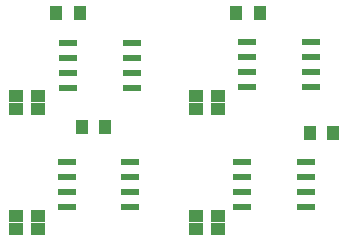
<source format=gbr>
G04 #@! TF.FileFunction,Paste,Bot*
%FSLAX46Y46*%
G04 Gerber Fmt 4.6, Leading zero omitted, Abs format (unit mm)*
G04 Created by KiCad (PCBNEW 4.0.7-e2-6376~58~ubuntu16.04.1) date Thu Nov 16 15:54:30 2017*
%MOMM*%
%LPD*%
G01*
G04 APERTURE LIST*
%ADD10C,0.100000*%
%ADD11R,1.000000X1.250000*%
%ADD12R,1.250000X1.000000*%
%ADD13R,1.550000X0.600000*%
G04 APERTURE END LIST*
D10*
D11*
X209508600Y-89738200D03*
X207508600Y-89738200D03*
X222615000Y-80010000D03*
X220615000Y-80010000D03*
X228838000Y-90170000D03*
X226838000Y-90170000D03*
X207375000Y-80010000D03*
X205375000Y-80010000D03*
D12*
X201930000Y-97218500D03*
X201930000Y-98361500D03*
X203835000Y-97218500D03*
X203835000Y-98361500D03*
X217170000Y-97218500D03*
X217170000Y-98361500D03*
X219075000Y-97218500D03*
X219075000Y-98361500D03*
X217170000Y-87058500D03*
X217170000Y-88201500D03*
X219075000Y-87058500D03*
X219075000Y-88201500D03*
X201930000Y-87058500D03*
X201930000Y-88201500D03*
X203835000Y-87058500D03*
X203835000Y-88201500D03*
D13*
X211640400Y-92659200D03*
X211640400Y-93929200D03*
X211640400Y-95199200D03*
X211640400Y-96469200D03*
X206240400Y-96469200D03*
X206240400Y-95199200D03*
X206240400Y-93929200D03*
X206240400Y-92659200D03*
X226956600Y-82499200D03*
X226956600Y-83769200D03*
X226956600Y-85039200D03*
X226956600Y-86309200D03*
X221556600Y-86309200D03*
X221556600Y-85039200D03*
X221556600Y-83769200D03*
X221556600Y-82499200D03*
X226474000Y-92684600D03*
X226474000Y-93954600D03*
X226474000Y-95224600D03*
X226474000Y-96494600D03*
X221074000Y-96494600D03*
X221074000Y-95224600D03*
X221074000Y-93954600D03*
X221074000Y-92684600D03*
X211742000Y-82575400D03*
X211742000Y-83845400D03*
X211742000Y-85115400D03*
X211742000Y-86385400D03*
X206342000Y-86385400D03*
X206342000Y-85115400D03*
X206342000Y-83845400D03*
X206342000Y-82575400D03*
M02*

</source>
